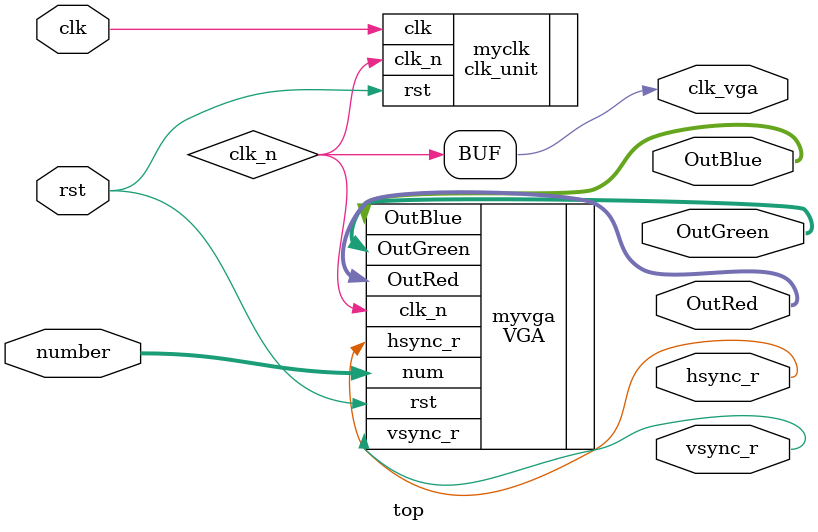
<source format=v>
module top(
	clk,
	rst,
	clk_vga,
	number,
	hsync_r,
	vsync_r,
	OutRed,
	OutGreen,
	OutBlue);
    output hsync_r, vsync_r;
    output [3:0]OutRed, OutGreen;
    output [3:0]OutBlue;
    input  [199:0]number;
    input  clk,rst;
	 output clk_vga;
    
    wire clk_n;
    //wire [19:0]number1, number2, number3, number4, number5, number6, number7, number8, number9, number10;
    assign clk_vga = clk_n;
    
//    control mycontrol(
//       .number(number),
//       .number1(number1),
//       .number2(number2), 
//       .number3(number3), 
//       .number4(number4), 
//       .number5(number5), 
//       .number6(number6), 
//       .number7(number7), 
//       .number8(number8), 
//       .number9(number9), 
//       .number10(number10)
//    );


    clk_unit myclk(
	    .clk(clk),
	    .rst(rst),
	    .clk_n(clk_n)
	);


    VGA myvga(
        ////output
    	.hsync_r(hsync_r),
    	.vsync_r(vsync_r),
    	.OutRed(OutRed),
    	.OutGreen(OutGreen),
    	.OutBlue(OutBlue),
        ////input
        .clk_n(clk_n),
        .rst(rst),
//    	.number1(number1),
//        .number2(number2), 
//        .number3(number3), 
//        .number4(number4), 
//        .number5(number5), 
//        .number6(number6), 
//         .number7(number7), 
//        .number8(number8), 
//        .number9(number9), 
//        .number10(number10)
         .num(number)
    );

endmodule
</source>
